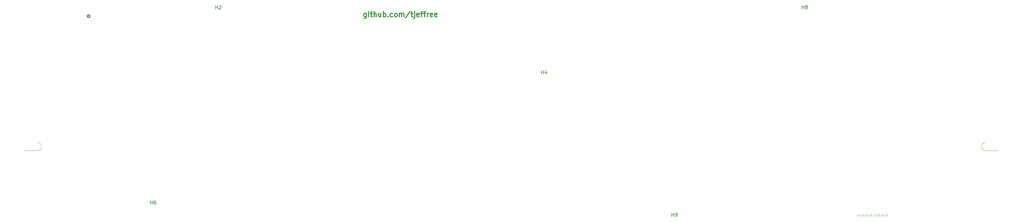
<source format=gbr>
%TF.GenerationSoftware,KiCad,Pcbnew,(6.0.4)*%
%TF.CreationDate,2022-09-08T11:42:32+01:00*%
%TF.ProjectId,nova75,6e6f7661-3735-42e6-9b69-6361645f7063,rev?*%
%TF.SameCoordinates,Original*%
%TF.FileFunction,Legend,Top*%
%TF.FilePolarity,Positive*%
%FSLAX46Y46*%
G04 Gerber Fmt 4.6, Leading zero omitted, Abs format (unit mm)*
G04 Created by KiCad (PCBNEW (6.0.4)) date 2022-09-08 11:42:32*
%MOMM*%
%LPD*%
G01*
G04 APERTURE LIST*
G04 Aperture macros list*
%AMRoundRect*
0 Rectangle with rounded corners*
0 $1 Rounding radius*
0 $2 $3 $4 $5 $6 $7 $8 $9 X,Y pos of 4 corners*
0 Add a 4 corners polygon primitive as box body*
4,1,4,$2,$3,$4,$5,$6,$7,$8,$9,$2,$3,0*
0 Add four circle primitives for the rounded corners*
1,1,$1+$1,$2,$3*
1,1,$1+$1,$4,$5*
1,1,$1+$1,$6,$7*
1,1,$1+$1,$8,$9*
0 Add four rect primitives between the rounded corners*
20,1,$1+$1,$2,$3,$4,$5,0*
20,1,$1+$1,$4,$5,$6,$7,0*
20,1,$1+$1,$6,$7,$8,$9,0*
20,1,$1+$1,$8,$9,$2,$3,0*%
G04 Aperture macros list end*
%ADD10C,0.200000*%
%ADD11C,0.300000*%
%ADD12C,0.125000*%
%ADD13C,0.150000*%
%ADD14C,1.250000*%
%ADD15C,3.000000*%
%ADD16C,1.750000*%
%ADD17C,3.987800*%
%ADD18C,2.200000*%
%ADD19C,3.800000*%
%ADD20C,3.048000*%
%ADD21C,1.300000*%
%ADD22R,1.500000X1.500000*%
%ADD23C,0.650000*%
%ADD24O,1.000000X1.600000*%
%ADD25O,1.000000X2.100000*%
%ADD26C,1.000000*%
%ADD27RoundRect,0.150000X0.350000X0.350000X-0.350000X0.350000X-0.350000X-0.350000X0.350000X-0.350000X0*%
%ADD28C,0.600000*%
%ADD29C,0.800000*%
%ADD30C,0.500000*%
G04 APERTURE END LIST*
D10*
X309983247Y-106646315D02*
X313692147Y-106646315D01*
X32700881Y-109135421D02*
G75*
G03*
X32700881Y-106635419I-11J1250001D01*
G01*
X32700881Y-109135419D02*
X28991981Y-109135419D01*
X309983247Y-109146315D02*
X313692147Y-109146315D01*
X32700881Y-106635419D02*
X28991981Y-106635419D01*
X309983247Y-106646285D02*
G75*
G03*
X309983247Y-109146315I53J-1250015D01*
G01*
D11*
X128848700Y-68835901D02*
X128848700Y-70050187D01*
X128777271Y-70193044D01*
X128705842Y-70264472D01*
X128562985Y-70335901D01*
X128348700Y-70335901D01*
X128205842Y-70264472D01*
X128848700Y-69764472D02*
X128705842Y-69835901D01*
X128420128Y-69835901D01*
X128277271Y-69764472D01*
X128205842Y-69693044D01*
X128134414Y-69550187D01*
X128134414Y-69121615D01*
X128205842Y-68978758D01*
X128277271Y-68907330D01*
X128420128Y-68835901D01*
X128705842Y-68835901D01*
X128848700Y-68907330D01*
X129562985Y-69835901D02*
X129562985Y-68835901D01*
X129562985Y-68335901D02*
X129491557Y-68407330D01*
X129562985Y-68478758D01*
X129634414Y-68407330D01*
X129562985Y-68335901D01*
X129562985Y-68478758D01*
X130062985Y-68835901D02*
X130634414Y-68835901D01*
X130277271Y-68335901D02*
X130277271Y-69621615D01*
X130348700Y-69764472D01*
X130491557Y-69835901D01*
X130634414Y-69835901D01*
X131134414Y-69835901D02*
X131134414Y-68335901D01*
X131777271Y-69835901D02*
X131777271Y-69050187D01*
X131705842Y-68907330D01*
X131562985Y-68835901D01*
X131348700Y-68835901D01*
X131205842Y-68907330D01*
X131134414Y-68978758D01*
X133134414Y-68835901D02*
X133134414Y-69835901D01*
X132491557Y-68835901D02*
X132491557Y-69621615D01*
X132562985Y-69764472D01*
X132705842Y-69835901D01*
X132920128Y-69835901D01*
X133062985Y-69764472D01*
X133134414Y-69693044D01*
X133848700Y-69835901D02*
X133848700Y-68335901D01*
X133848700Y-68907330D02*
X133991557Y-68835901D01*
X134277271Y-68835901D01*
X134420128Y-68907330D01*
X134491557Y-68978758D01*
X134562985Y-69121615D01*
X134562985Y-69550187D01*
X134491557Y-69693044D01*
X134420128Y-69764472D01*
X134277271Y-69835901D01*
X133991557Y-69835901D01*
X133848700Y-69764472D01*
X135205842Y-69693044D02*
X135277271Y-69764472D01*
X135205842Y-69835901D01*
X135134414Y-69764472D01*
X135205842Y-69693044D01*
X135205842Y-69835901D01*
X136562985Y-69764472D02*
X136420128Y-69835901D01*
X136134414Y-69835901D01*
X135991557Y-69764472D01*
X135920128Y-69693044D01*
X135848700Y-69550187D01*
X135848700Y-69121615D01*
X135920128Y-68978758D01*
X135991557Y-68907330D01*
X136134414Y-68835901D01*
X136420128Y-68835901D01*
X136562985Y-68907330D01*
X137420128Y-69835901D02*
X137277271Y-69764472D01*
X137205842Y-69693044D01*
X137134414Y-69550187D01*
X137134414Y-69121615D01*
X137205842Y-68978758D01*
X137277271Y-68907330D01*
X137420128Y-68835901D01*
X137634414Y-68835901D01*
X137777271Y-68907330D01*
X137848700Y-68978758D01*
X137920128Y-69121615D01*
X137920128Y-69550187D01*
X137848700Y-69693044D01*
X137777271Y-69764472D01*
X137634414Y-69835901D01*
X137420128Y-69835901D01*
X138562985Y-69835901D02*
X138562985Y-68835901D01*
X138562985Y-68978758D02*
X138634414Y-68907330D01*
X138777271Y-68835901D01*
X138991557Y-68835901D01*
X139134414Y-68907330D01*
X139205842Y-69050187D01*
X139205842Y-69835901D01*
X139205842Y-69050187D02*
X139277271Y-68907330D01*
X139420128Y-68835901D01*
X139634414Y-68835901D01*
X139777271Y-68907330D01*
X139848700Y-69050187D01*
X139848700Y-69835901D01*
X141634414Y-68264472D02*
X140348700Y-70193044D01*
X141920128Y-68835901D02*
X142491557Y-68835901D01*
X142134414Y-68335901D02*
X142134414Y-69621615D01*
X142205842Y-69764472D01*
X142348700Y-69835901D01*
X142491557Y-69835901D01*
X142991557Y-68835901D02*
X142991557Y-70121615D01*
X142920128Y-70264472D01*
X142777271Y-70335901D01*
X142705842Y-70335901D01*
X142991557Y-68335901D02*
X142920128Y-68407330D01*
X142991557Y-68478758D01*
X143062985Y-68407330D01*
X142991557Y-68335901D01*
X142991557Y-68478758D01*
X144277271Y-69764472D02*
X144134414Y-69835901D01*
X143848700Y-69835901D01*
X143705842Y-69764472D01*
X143634414Y-69621615D01*
X143634414Y-69050187D01*
X143705842Y-68907330D01*
X143848700Y-68835901D01*
X144134414Y-68835901D01*
X144277271Y-68907330D01*
X144348700Y-69050187D01*
X144348700Y-69193044D01*
X143634414Y-69335901D01*
X144777271Y-68835901D02*
X145348700Y-68835901D01*
X144991557Y-69835901D02*
X144991557Y-68550187D01*
X145062985Y-68407330D01*
X145205842Y-68335901D01*
X145348700Y-68335901D01*
X145634414Y-68835901D02*
X146205842Y-68835901D01*
X145848700Y-69835901D02*
X145848700Y-68550187D01*
X145920128Y-68407330D01*
X146062985Y-68335901D01*
X146205842Y-68335901D01*
X146705842Y-69835901D02*
X146705842Y-68835901D01*
X146705842Y-69121615D02*
X146777271Y-68978758D01*
X146848700Y-68907330D01*
X146991557Y-68835901D01*
X147134414Y-68835901D01*
X148205842Y-69764472D02*
X148062985Y-69835901D01*
X147777271Y-69835901D01*
X147634414Y-69764472D01*
X147562985Y-69621615D01*
X147562985Y-69050187D01*
X147634414Y-68907330D01*
X147777271Y-68835901D01*
X148062985Y-68835901D01*
X148205842Y-68907330D01*
X148277271Y-69050187D01*
X148277271Y-69193044D01*
X147562985Y-69335901D01*
X149491557Y-69764472D02*
X149348700Y-69835901D01*
X149062985Y-69835901D01*
X148920128Y-69764472D01*
X148848700Y-69621615D01*
X148848700Y-69050187D01*
X148920128Y-68907330D01*
X149062985Y-68835901D01*
X149348700Y-68835901D01*
X149491557Y-68907330D01*
X149562985Y-69050187D01*
X149562985Y-69193044D01*
X148848700Y-69335901D01*
D12*
X272734557Y-127668520D02*
X272734557Y-128025663D01*
X272691700Y-128097091D01*
X272605985Y-128144710D01*
X272477414Y-128168520D01*
X272391700Y-128168520D01*
X273591700Y-128168520D02*
X273163128Y-128168520D01*
X273163128Y-127668520D01*
X274405985Y-128120901D02*
X274363128Y-128144710D01*
X274234557Y-128168520D01*
X274148842Y-128168520D01*
X274020271Y-128144710D01*
X273934557Y-128097091D01*
X273891700Y-128049472D01*
X273848842Y-127954234D01*
X273848842Y-127882806D01*
X273891700Y-127787568D01*
X273934557Y-127739949D01*
X274020271Y-127692330D01*
X274148842Y-127668520D01*
X274234557Y-127668520D01*
X274363128Y-127692330D01*
X274405985Y-127716139D01*
X275048842Y-127668520D02*
X275048842Y-128025663D01*
X275005985Y-128097091D01*
X274920271Y-128144710D01*
X274791700Y-128168520D01*
X274705985Y-128168520D01*
X275905985Y-128168520D02*
X275477414Y-128168520D01*
X275477414Y-127668520D01*
X276720271Y-128120901D02*
X276677414Y-128144710D01*
X276548842Y-128168520D01*
X276463128Y-128168520D01*
X276334557Y-128144710D01*
X276248842Y-128097091D01*
X276205985Y-128049472D01*
X276163128Y-127954234D01*
X276163128Y-127882806D01*
X276205985Y-127787568D01*
X276248842Y-127739949D01*
X276334557Y-127692330D01*
X276463128Y-127668520D01*
X276548842Y-127668520D01*
X276677414Y-127692330D01*
X276720271Y-127716139D01*
X277363128Y-127668520D02*
X277363128Y-128025663D01*
X277320271Y-128097091D01*
X277234557Y-128144710D01*
X277105985Y-128168520D01*
X277020271Y-128168520D01*
X278220271Y-128168520D02*
X277791700Y-128168520D01*
X277791700Y-127668520D01*
X279034557Y-128120901D02*
X278991700Y-128144710D01*
X278863128Y-128168520D01*
X278777414Y-128168520D01*
X278648842Y-128144710D01*
X278563128Y-128097091D01*
X278520271Y-128049472D01*
X278477414Y-127954234D01*
X278477414Y-127882806D01*
X278520271Y-127787568D01*
X278563128Y-127739949D01*
X278648842Y-127692330D01*
X278777414Y-127668520D01*
X278863128Y-127668520D01*
X278991700Y-127692330D01*
X279034557Y-127716139D01*
X279677414Y-127668520D02*
X279677414Y-128025663D01*
X279634557Y-128097091D01*
X279548842Y-128144710D01*
X279420271Y-128168520D01*
X279334557Y-128168520D01*
X280534557Y-128168520D02*
X280105985Y-128168520D01*
X280105985Y-127668520D01*
X281348842Y-128120901D02*
X281305985Y-128144710D01*
X281177414Y-128168520D01*
X281091700Y-128168520D01*
X280963128Y-128144710D01*
X280877414Y-128097091D01*
X280834557Y-128049472D01*
X280791700Y-127954234D01*
X280791700Y-127882806D01*
X280834557Y-127787568D01*
X280877414Y-127739949D01*
X280963128Y-127692330D01*
X281091700Y-127668520D01*
X281177414Y-127668520D01*
X281305985Y-127692330D01*
X281348842Y-127716139D01*
D13*
%TO.C,H9*%
X218228712Y-128349055D02*
X218228712Y-127349055D01*
X218228712Y-127825246D02*
X218800140Y-127825246D01*
X218800140Y-128349055D02*
X218800140Y-127349055D01*
X219323950Y-128349055D02*
X219514426Y-128349055D01*
X219609664Y-128301436D01*
X219657283Y-128253817D01*
X219752521Y-128110960D01*
X219800140Y-127920484D01*
X219800140Y-127539532D01*
X219752521Y-127444294D01*
X219704902Y-127396675D01*
X219609664Y-127349055D01*
X219419188Y-127349055D01*
X219323950Y-127396675D01*
X219276331Y-127444294D01*
X219228712Y-127539532D01*
X219228712Y-127777627D01*
X219276331Y-127872865D01*
X219323950Y-127920484D01*
X219419188Y-127968103D01*
X219609664Y-127968103D01*
X219704902Y-127920484D01*
X219752521Y-127872865D01*
X219800140Y-127777627D01*
%TO.C,H2*%
X84853058Y-67569671D02*
X84853058Y-66569671D01*
X84853058Y-67045862D02*
X85424486Y-67045862D01*
X85424486Y-67569671D02*
X85424486Y-66569671D01*
X85853058Y-66664910D02*
X85900677Y-66617291D01*
X85995915Y-66569671D01*
X86234010Y-66569671D01*
X86329248Y-66617291D01*
X86376867Y-66664910D01*
X86424486Y-66760148D01*
X86424486Y-66855386D01*
X86376867Y-66998243D01*
X85805439Y-67569671D01*
X86424486Y-67569671D01*
%TO.C,H8*%
X256304472Y-67536985D02*
X256304472Y-66536985D01*
X256304472Y-67013176D02*
X256875900Y-67013176D01*
X256875900Y-67536985D02*
X256875900Y-66536985D01*
X257494948Y-66965557D02*
X257399710Y-66917938D01*
X257352091Y-66870319D01*
X257304472Y-66775081D01*
X257304472Y-66727462D01*
X257352091Y-66632224D01*
X257399710Y-66584605D01*
X257494948Y-66536985D01*
X257685424Y-66536985D01*
X257780662Y-66584605D01*
X257828281Y-66632224D01*
X257875900Y-66727462D01*
X257875900Y-66775081D01*
X257828281Y-66870319D01*
X257780662Y-66917938D01*
X257685424Y-66965557D01*
X257494948Y-66965557D01*
X257399710Y-67013176D01*
X257352091Y-67060795D01*
X257304472Y-67156033D01*
X257304472Y-67346509D01*
X257352091Y-67441747D01*
X257399710Y-67489366D01*
X257494948Y-67536985D01*
X257685424Y-67536985D01*
X257780662Y-67489366D01*
X257828281Y-67441747D01*
X257875900Y-67346509D01*
X257875900Y-67156033D01*
X257828281Y-67060795D01*
X257780662Y-67013176D01*
X257685424Y-66965557D01*
%TO.C,H4*%
X180108852Y-86626093D02*
X180108852Y-85626093D01*
X180108852Y-86102284D02*
X180680280Y-86102284D01*
X180680280Y-86626093D02*
X180680280Y-85626093D01*
X181585042Y-85959427D02*
X181585042Y-86626093D01*
X181346947Y-85578474D02*
X181108852Y-86292760D01*
X181727899Y-86292760D01*
%TO.C,H6*%
X65805117Y-124715849D02*
X65805117Y-123715849D01*
X65805117Y-124192040D02*
X66376545Y-124192040D01*
X66376545Y-124715849D02*
X66376545Y-123715849D01*
X67281307Y-123715849D02*
X67090831Y-123715849D01*
X66995593Y-123763469D01*
X66947974Y-123811088D01*
X66852736Y-123953945D01*
X66805117Y-124144421D01*
X66805117Y-124525373D01*
X66852736Y-124620611D01*
X66900355Y-124668230D01*
X66995593Y-124715849D01*
X67186069Y-124715849D01*
X67281307Y-124668230D01*
X67328926Y-124620611D01*
X67376545Y-124525373D01*
X67376545Y-124287278D01*
X67328926Y-124192040D01*
X67281307Y-124144421D01*
X67186069Y-124096802D01*
X66995593Y-124096802D01*
X66900355Y-124144421D01*
X66852736Y-124192040D01*
X66805117Y-124287278D01*
%TD*%
%LPC*%
D14*
%TO.C,HOLE*%
X28990518Y-109767675D02*
X32699418Y-109767675D01*
X32699418Y-106017675D02*
X28990518Y-106017675D01*
X32699418Y-109767675D02*
G75*
G03*
X32699418Y-106017675I0J1875000D01*
G01*
X309984710Y-109764059D02*
X313693610Y-109764059D01*
X313693610Y-106014059D02*
X309984710Y-106014059D01*
X309984710Y-106014059D02*
G75*
G03*
X309984710Y-109764059I0J-1875000D01*
G01*
%TD*%
D15*
%TO.C,K22*%
X148481700Y-77006330D03*
X154831700Y-74466330D03*
D16*
X147211700Y-79546330D03*
D17*
X152291700Y-79546330D03*
D16*
X157371700Y-79546330D03*
%TD*%
D15*
%TO.C,K20*%
X116731700Y-74466330D03*
D16*
X109111700Y-79546330D03*
X119271700Y-79546330D03*
D15*
X110381700Y-77006330D03*
D17*
X114191700Y-79546330D03*
%TD*%
D16*
%TO.C,K8*%
X166261700Y-60496330D03*
D15*
X173881700Y-55416330D03*
D16*
X176421700Y-60496330D03*
D17*
X171341700Y-60496330D03*
D15*
X167531700Y-57956330D03*
%TD*%
D17*
%TO.C,K71*%
X228491700Y-136696330D03*
D15*
X224681700Y-134156330D03*
D16*
X233571700Y-136696330D03*
D15*
X231031700Y-131616330D03*
D16*
X223411700Y-136696330D03*
%TD*%
D15*
%TO.C,K76*%
X130701700Y-141776330D03*
D17*
X133241700Y-136696330D03*
D16*
X128161700Y-136696330D03*
X138321700Y-136696330D03*
D15*
X137051700Y-139236330D03*
%TD*%
D16*
%TO.C,K23*%
X166261700Y-79546330D03*
D17*
X171341700Y-79546330D03*
D16*
X176421700Y-79546330D03*
D15*
X167531700Y-77006330D03*
X173881700Y-74466330D03*
%TD*%
D16*
%TO.C,K11*%
X223411700Y-60496330D03*
X233571700Y-60496330D03*
D17*
X228491700Y-60496330D03*
D15*
X231031700Y-55416330D03*
X224681700Y-57956330D03*
%TD*%
D18*
%TO.C,H9*%
X218990617Y-130796675D03*
X219366377Y-130796675D03*
X218608281Y-130796675D03*
D19*
X218990617Y-130796675D03*
%TD*%
D16*
%TO.C,K44*%
X280561700Y-98596330D03*
D15*
X281831700Y-96056330D03*
D17*
X285641700Y-98596330D03*
D15*
X288181700Y-93516330D03*
D16*
X290721700Y-98596330D03*
%TD*%
%TO.C,K5*%
X109111700Y-60496330D03*
D15*
X110381700Y-57956330D03*
D16*
X119271700Y-60496330D03*
D17*
X114191700Y-60496330D03*
D15*
X116731700Y-55416330D03*
%TD*%
D16*
%TO.C,K39*%
X195471700Y-98596330D03*
X185311700Y-98596330D03*
D15*
X192931700Y-93516330D03*
X186581700Y-96056330D03*
D17*
X190391700Y-98596330D03*
%TD*%
D15*
%TO.C,K17*%
X53231700Y-77006330D03*
D17*
X57041700Y-79546330D03*
D16*
X51961700Y-79546330D03*
D15*
X59581700Y-74466330D03*
D16*
X62121700Y-79546330D03*
%TD*%
%TO.C,K3*%
X71011700Y-60496330D03*
D15*
X78631700Y-55416330D03*
X72281700Y-57956330D03*
D16*
X81171700Y-60496330D03*
D17*
X76091700Y-60496330D03*
%TD*%
%TO.C,K66*%
X142766700Y-136696330D03*
D20*
X130828700Y-143681330D03*
D17*
X130828700Y-128441330D03*
X154704700Y-128441330D03*
D15*
X145306700Y-131616330D03*
D16*
X137686700Y-136696330D03*
D15*
X138956700Y-134156330D03*
D20*
X154704700Y-143681330D03*
D16*
X147846700Y-136696330D03*
%TD*%
%TO.C,K12*%
X252621700Y-60496330D03*
D15*
X243731700Y-57956330D03*
D16*
X242461700Y-60496330D03*
D17*
X247541700Y-60496330D03*
D15*
X250081700Y-55416330D03*
%TD*%
%TO.C,K49*%
X97681700Y-112566330D03*
X91331700Y-115106330D03*
D17*
X95141700Y-117646330D03*
D16*
X100221700Y-117646330D03*
X90061700Y-117646330D03*
%TD*%
D18*
%TO.C,H2*%
X85990723Y-70017291D03*
X85232627Y-70017291D03*
X85614963Y-70017291D03*
D19*
X85614963Y-70017291D03*
%TD*%
D16*
%TO.C,K43*%
X261511700Y-98596330D03*
X271671700Y-98596330D03*
D15*
X262781700Y-96056330D03*
X269131700Y-93516330D03*
D17*
X266591700Y-98596330D03*
%TD*%
D15*
%TO.C,K45*%
X307231700Y-93516330D03*
D17*
X304691700Y-98596330D03*
D16*
X299611700Y-98596330D03*
X309771700Y-98596330D03*
D15*
X300881700Y-96056330D03*
%TD*%
%TO.C,K34*%
X97681700Y-93516330D03*
D16*
X100221700Y-98596330D03*
D17*
X95141700Y-98596330D03*
D15*
X91331700Y-96056330D03*
D16*
X90061700Y-98596330D03*
%TD*%
D21*
%TO.C,H5*%
X295928700Y-142944330D03*
%TD*%
D15*
%TO.C,K61*%
X34181700Y-134156330D03*
D17*
X37991700Y-136696330D03*
D15*
X40531700Y-131616330D03*
D16*
X32911700Y-136696330D03*
X43071700Y-136696330D03*
%TD*%
D15*
%TO.C,K21*%
X129431700Y-77006330D03*
D16*
X138321700Y-79546330D03*
X128161700Y-79546330D03*
D15*
X135781700Y-74466330D03*
D17*
X133241700Y-79546330D03*
%TD*%
%TO.C,K1*%
X37991700Y-60496330D03*
D15*
X32911700Y-57956330D03*
X35451700Y-64306330D03*
D16*
X37991700Y-55416330D03*
X37991700Y-65576330D03*
%TD*%
D15*
%TO.C,K48*%
X78631700Y-112566330D03*
X72281700Y-115106330D03*
D16*
X71011700Y-117646330D03*
D17*
X76091700Y-117646330D03*
D16*
X81171700Y-117646330D03*
%TD*%
%TO.C,K52*%
X147211700Y-117646330D03*
D15*
X148481700Y-115106330D03*
D16*
X157371700Y-117646330D03*
D17*
X152291700Y-117646330D03*
D15*
X154831700Y-112566330D03*
%TD*%
D16*
%TO.C,K73*%
X271671700Y-136696330D03*
D15*
X269131700Y-131616330D03*
D16*
X261511700Y-136696330D03*
D17*
X266591700Y-136696330D03*
D15*
X262781700Y-134156330D03*
%TD*%
D17*
%TO.C,K41*%
X228491700Y-98596330D03*
D15*
X224681700Y-96056330D03*
D16*
X233571700Y-98596330D03*
X223411700Y-98596330D03*
D15*
X231031700Y-93516330D03*
%TD*%
D21*
%TO.C,H7*%
X295928700Y-54425330D03*
%TD*%
D16*
%TO.C,K2*%
X62121700Y-60496330D03*
X51961700Y-60496330D03*
D15*
X54501700Y-65576330D03*
X60851700Y-63036330D03*
D17*
X57041700Y-60496330D03*
%TD*%
%TO.C,K18*%
X76091700Y-79546330D03*
D15*
X72281700Y-77006330D03*
D16*
X71011700Y-79546330D03*
X81171700Y-79546330D03*
D15*
X78631700Y-74466330D03*
%TD*%
D16*
%TO.C,K7*%
X157371700Y-60496330D03*
D15*
X154831700Y-55416330D03*
D16*
X147211700Y-60496330D03*
D17*
X152291700Y-60496330D03*
D15*
X148481700Y-57956330D03*
%TD*%
D16*
%TO.C,K10*%
X214521700Y-60496330D03*
X204361700Y-60496330D03*
D17*
X209441700Y-60496330D03*
D15*
X211981700Y-55416330D03*
X205631700Y-57956330D03*
%TD*%
D17*
%TO.C,K24*%
X190391700Y-79546330D03*
D15*
X192931700Y-74466330D03*
D16*
X195471700Y-79546330D03*
D15*
X186581700Y-77006330D03*
D16*
X185311700Y-79546330D03*
%TD*%
%TO.C,K30*%
X299611700Y-79546330D03*
D15*
X307231700Y-74466330D03*
X300881700Y-77006330D03*
D16*
X309771700Y-79546330D03*
D17*
X304691700Y-79546330D03*
%TD*%
D16*
%TO.C,K55*%
X214521700Y-117646330D03*
D17*
X209441700Y-117646330D03*
D15*
X211981700Y-112566330D03*
D16*
X204361700Y-117646330D03*
D15*
X205631700Y-115106330D03*
%TD*%
D16*
%TO.C,K59*%
X280561700Y-117646330D03*
D15*
X281831700Y-115106330D03*
X288181700Y-112566330D03*
D16*
X290721700Y-117646330D03*
D17*
X285641700Y-117646330D03*
%TD*%
%TO.C,K62*%
X57041700Y-136696330D03*
D15*
X53231700Y-134156330D03*
D16*
X62121700Y-136696330D03*
X51961700Y-136696330D03*
D15*
X59581700Y-131616330D03*
%TD*%
%TO.C,K58*%
X269131700Y-112566330D03*
X262781700Y-115106330D03*
D16*
X261511700Y-117646330D03*
D17*
X266591700Y-117646330D03*
D16*
X271671700Y-117646330D03*
%TD*%
D15*
%TO.C,K37*%
X148481700Y-96056330D03*
D16*
X147211700Y-98596330D03*
D15*
X154831700Y-93516330D03*
D17*
X152291700Y-98596330D03*
D16*
X157371700Y-98596330D03*
%TD*%
D15*
%TO.C,K54*%
X186581700Y-115106330D03*
X192931700Y-112566330D03*
D17*
X190391700Y-117646330D03*
D16*
X185311700Y-117646330D03*
X195471700Y-117646330D03*
%TD*%
%TO.C,K15*%
X309771700Y-60496330D03*
D15*
X300881700Y-57956330D03*
D16*
X299611700Y-60496330D03*
D15*
X307231700Y-55416330D03*
D17*
X304691700Y-60496330D03*
%TD*%
D15*
%TO.C,K33*%
X78631700Y-93516330D03*
D17*
X76091700Y-98596330D03*
D15*
X72281700Y-96056330D03*
D16*
X81171700Y-98596330D03*
X71011700Y-98596330D03*
%TD*%
%TO.C,K31*%
X32984433Y-98592690D03*
X43144433Y-98592690D03*
D17*
X38064433Y-98592690D03*
D15*
X34254433Y-96052690D03*
X40604433Y-93512690D03*
%TD*%
D16*
%TO.C,K38*%
X166261700Y-98596330D03*
D17*
X171341700Y-98596330D03*
D16*
X176421700Y-98596330D03*
D15*
X167531700Y-96056330D03*
X173881700Y-93516330D03*
%TD*%
D16*
%TO.C,K4*%
X90061700Y-60496330D03*
D17*
X95141700Y-60496330D03*
D15*
X97681700Y-55416330D03*
X91331700Y-57956330D03*
D16*
X100221700Y-60496330D03*
%TD*%
D15*
%TO.C,K27*%
X243731700Y-77006330D03*
D16*
X252621700Y-79546330D03*
D15*
X250081700Y-74466330D03*
D16*
X242461700Y-79546330D03*
D17*
X247541700Y-79546330D03*
%TD*%
D15*
%TO.C,K14*%
X281831700Y-57956330D03*
D17*
X285641700Y-60496330D03*
D15*
X288181700Y-55416330D03*
D16*
X290721700Y-60496330D03*
X280561700Y-60496330D03*
%TD*%
D15*
%TO.C,K28*%
X269131700Y-74466330D03*
D16*
X261511700Y-79546330D03*
D17*
X266591700Y-79546330D03*
D15*
X262781700Y-77006330D03*
D16*
X271671700Y-79546330D03*
%TD*%
%TO.C,K70*%
X204361700Y-136696330D03*
D15*
X213251700Y-139236330D03*
X206901700Y-141776330D03*
D16*
X214521700Y-136696330D03*
D17*
X209441700Y-136696330D03*
%TD*%
D16*
%TO.C,K60*%
X309771700Y-117646330D03*
D17*
X304691700Y-117646330D03*
D15*
X307231700Y-112566330D03*
D16*
X299611700Y-117646330D03*
D15*
X300881700Y-115106330D03*
%TD*%
D16*
%TO.C,K6*%
X128161700Y-60496330D03*
D15*
X129431700Y-57956330D03*
D16*
X138321700Y-60496330D03*
D17*
X133241700Y-60496330D03*
D15*
X135781700Y-55416330D03*
%TD*%
D16*
%TO.C,K75*%
X299611700Y-136696330D03*
D17*
X304691700Y-136696330D03*
D15*
X307231700Y-131616330D03*
D16*
X309771700Y-136696330D03*
D15*
X300881700Y-134156330D03*
%TD*%
%TO.C,K19*%
X91331700Y-77006330D03*
D16*
X90061700Y-79546330D03*
D17*
X95141700Y-79546330D03*
D16*
X100221700Y-79546330D03*
D15*
X97681700Y-74466330D03*
%TD*%
D20*
%TO.C,K69*%
X187978700Y-143681330D03*
D17*
X199916700Y-136696330D03*
X211854700Y-128441330D03*
X187978700Y-128441330D03*
D15*
X196106700Y-134156330D03*
D16*
X194836700Y-136696330D03*
D20*
X211854700Y-143681330D03*
D16*
X204996700Y-136696330D03*
D15*
X202456700Y-131616330D03*
%TD*%
%TO.C,K25*%
X205631700Y-77006330D03*
D16*
X214521700Y-79546330D03*
D17*
X209441700Y-79546330D03*
D16*
X204361700Y-79546330D03*
D15*
X211981700Y-74466330D03*
%TD*%
D16*
%TO.C,K68*%
X176421700Y-136696330D03*
D15*
X173881700Y-131616330D03*
D17*
X171341700Y-136696330D03*
D16*
X166261700Y-136696330D03*
D15*
X167531700Y-134156330D03*
%TD*%
%TO.C,K13*%
X262781700Y-57956330D03*
D16*
X271671700Y-60496330D03*
X261511700Y-60496330D03*
D17*
X266591700Y-60496330D03*
D15*
X269131700Y-55416330D03*
%TD*%
D16*
%TO.C,K53*%
X166261700Y-117646330D03*
X176421700Y-117646330D03*
D15*
X167531700Y-115106330D03*
D17*
X171341700Y-117646330D03*
D15*
X173881700Y-112566330D03*
%TD*%
D16*
%TO.C,K74*%
X280561700Y-136696330D03*
D17*
X285641700Y-136696330D03*
D16*
X290721700Y-136696330D03*
D15*
X281831700Y-134156330D03*
X288181700Y-131616330D03*
%TD*%
%TO.C,K51*%
X135781700Y-112566330D03*
D16*
X128161700Y-117646330D03*
X138321700Y-117646330D03*
D15*
X129431700Y-115106330D03*
D17*
X133241700Y-117646330D03*
%TD*%
D21*
%TO.C,H1*%
X35959700Y-54425330D03*
%TD*%
D18*
%TO.C,H8*%
X257066377Y-69984605D03*
X256684041Y-69984605D03*
X257442137Y-69984605D03*
D19*
X257066377Y-69984605D03*
%TD*%
D15*
%TO.C,K64*%
X91331700Y-134156330D03*
X97681700Y-131616330D03*
D16*
X100221700Y-136696330D03*
X90061700Y-136696330D03*
D17*
X95141700Y-136696330D03*
%TD*%
D15*
%TO.C,K56*%
X231031700Y-112566330D03*
D17*
X228491700Y-117646330D03*
D16*
X233571700Y-117646330D03*
D15*
X224681700Y-115106330D03*
D16*
X223411700Y-117646330D03*
%TD*%
D15*
%TO.C,K72*%
X250081700Y-131616330D03*
D16*
X252621700Y-136696330D03*
D17*
X247541700Y-136696330D03*
D16*
X242461700Y-136696330D03*
D15*
X243731700Y-134156330D03*
%TD*%
D18*
%TO.C,H4*%
X180870757Y-89073713D03*
X181246517Y-89073713D03*
X180488421Y-89073713D03*
D19*
X180870757Y-89073713D03*
%TD*%
D15*
%TO.C,K47*%
X59581700Y-112566330D03*
D16*
X51961700Y-117646330D03*
X62121700Y-117646330D03*
D15*
X53231700Y-115106330D03*
D17*
X57041700Y-117646330D03*
%TD*%
D15*
%TO.C,K67*%
X149751700Y-141776330D03*
D16*
X157371700Y-136696330D03*
D15*
X156101700Y-139236330D03*
D16*
X147211700Y-136696330D03*
D17*
X152291700Y-136696330D03*
%TD*%
%TO.C,K77*%
X190391700Y-136696330D03*
D16*
X195471700Y-136696330D03*
X185311700Y-136696330D03*
D15*
X194201700Y-139236330D03*
X187851700Y-141776330D03*
%TD*%
%TO.C,K29*%
X288181700Y-74466330D03*
D17*
X285641700Y-79546330D03*
D15*
X281831700Y-77006330D03*
D16*
X290721700Y-79546330D03*
X280561700Y-79546330D03*
%TD*%
D17*
%TO.C,K35*%
X114191700Y-98596330D03*
D15*
X116731700Y-93516330D03*
X110381700Y-96056330D03*
D16*
X119271700Y-98596330D03*
X109111700Y-98596330D03*
%TD*%
D18*
%TO.C,H6*%
X66942782Y-127163469D03*
X66184686Y-127163469D03*
X66567022Y-127163469D03*
D19*
X66567022Y-127163469D03*
%TD*%
D15*
%TO.C,K46*%
X40531700Y-112566330D03*
X34181700Y-115106330D03*
D16*
X43071700Y-117646330D03*
D17*
X37991700Y-117646330D03*
D16*
X32911700Y-117646330D03*
%TD*%
D15*
%TO.C,K9*%
X186581700Y-57956330D03*
D16*
X185311700Y-60496330D03*
X195471700Y-60496330D03*
D15*
X192931700Y-55416330D03*
D17*
X190391700Y-60496330D03*
%TD*%
D16*
%TO.C,K16*%
X37991700Y-74466330D03*
D15*
X35451700Y-83356330D03*
D17*
X37991700Y-79546330D03*
D15*
X32911700Y-77006330D03*
D16*
X37991700Y-84626330D03*
%TD*%
D15*
%TO.C,K63*%
X78631700Y-131616330D03*
D17*
X76091700Y-136696330D03*
D15*
X72281700Y-134156330D03*
D16*
X71011700Y-136696330D03*
X81171700Y-136696330D03*
%TD*%
D15*
%TO.C,K26*%
X224681700Y-77006330D03*
D16*
X223411700Y-79546330D03*
D17*
X228491700Y-79546330D03*
D15*
X231031700Y-74466330D03*
D16*
X233571700Y-79546330D03*
%TD*%
D21*
%TO.C,H3*%
X35959700Y-142944330D03*
%TD*%
D15*
%TO.C,K42*%
X243731700Y-96056330D03*
D16*
X252621700Y-98596330D03*
D17*
X247541700Y-98596330D03*
D16*
X242461700Y-98596330D03*
D15*
X250081700Y-93516330D03*
%TD*%
D17*
%TO.C,K40*%
X209441700Y-98596330D03*
D16*
X204361700Y-98596330D03*
D15*
X205631700Y-96056330D03*
X211981700Y-93516330D03*
D16*
X214521700Y-98596330D03*
%TD*%
D17*
%TO.C,K65*%
X114191700Y-136696330D03*
D15*
X116731700Y-131616330D03*
D16*
X119271700Y-136696330D03*
X109111700Y-136696330D03*
D15*
X110381700Y-134156330D03*
%TD*%
%TO.C,K32*%
X53231700Y-96056330D03*
D16*
X62121700Y-98596330D03*
X51961700Y-98596330D03*
D15*
X59581700Y-93516330D03*
D17*
X57041700Y-98596330D03*
%TD*%
D15*
%TO.C,K50*%
X110381700Y-115106330D03*
X116731700Y-112566330D03*
D16*
X109111700Y-117646330D03*
D17*
X114191700Y-117646330D03*
D16*
X119271700Y-117646330D03*
%TD*%
%TO.C,K57*%
X242461700Y-117646330D03*
D15*
X250081700Y-112566330D03*
D16*
X252621700Y-117646330D03*
D15*
X243731700Y-115106330D03*
D17*
X247541700Y-117646330D03*
%TD*%
%TO.C,K36*%
X133241700Y-98596330D03*
D15*
X135781700Y-93516330D03*
D16*
X138321700Y-98596330D03*
D15*
X129431700Y-96056330D03*
D16*
X128161700Y-98596330D03*
%TD*%
D22*
%TO.C,TP6*%
X30888613Y-86756059D03*
%TD*%
%TO.C,TP7*%
X30888613Y-89315988D03*
%TD*%
D23*
%TO.C,J1*%
X49939181Y-56338330D03*
X44159181Y-56338330D03*
D24*
X51369181Y-52688330D03*
X42729181Y-52688330D03*
D25*
X42729181Y-56868330D03*
X51369181Y-56868330D03*
%TD*%
D26*
%TO.C,TP8*%
X38753700Y-67506330D03*
%TD*%
D22*
%TO.C,TP5*%
X30888613Y-91875917D03*
%TD*%
D26*
%TO.C,TP9*%
X46627700Y-76650330D03*
%TD*%
%TO.C,TP26*%
X44239268Y-64669721D03*
%TD*%
D27*
%TO.C,J2*%
X47643700Y-69665330D03*
D26*
X47643700Y-70935330D03*
%TD*%
D28*
X44481847Y-89614580D03*
X49823946Y-84027455D03*
X49154461Y-84296862D03*
X52760104Y-83743470D03*
X39007700Y-76015330D03*
X33000000Y-71000000D03*
X47643700Y-73856330D03*
D29*
X47643700Y-65220330D03*
X50691700Y-80460330D03*
X49167700Y-80206330D03*
X46455564Y-64807610D03*
D28*
X44341877Y-85283970D03*
X44214700Y-77793330D03*
X40182200Y-76015330D03*
X70376700Y-86000000D03*
X47643700Y-74612830D03*
X55517700Y-74342830D03*
X44976700Y-97732330D03*
X43706700Y-95827330D03*
X65804700Y-94430330D03*
X65931700Y-96970330D03*
X43106576Y-75142330D03*
X62191700Y-67242330D03*
X50091700Y-123142330D03*
X41025200Y-76015330D03*
X50091700Y-125500000D03*
X66058700Y-102812330D03*
X63645700Y-65347330D03*
X65042700Y-105733330D03*
X67091700Y-95542330D03*
X68471700Y-83762330D03*
X68471700Y-64712330D03*
X70122700Y-104082330D03*
X66566700Y-94430330D03*
X68471700Y-67252330D03*
X68471700Y-81222330D03*
X70249700Y-125418330D03*
X70249700Y-123132330D03*
X70122700Y-106000000D03*
X87521700Y-85912830D03*
X87521700Y-104082330D03*
X87521700Y-83762330D03*
X87521700Y-125500000D03*
X87521700Y-64712330D03*
X87521700Y-106000000D03*
X87521700Y-67252330D03*
X53612700Y-93246537D03*
X87521700Y-123132330D03*
X85591700Y-97842330D03*
X106571700Y-106000000D03*
X106571700Y-64712330D03*
X106571700Y-125500000D03*
X105791700Y-94242330D03*
X106571700Y-67252330D03*
X106571700Y-123132330D03*
X106571700Y-83762330D03*
X106571700Y-104082330D03*
X55243077Y-93437262D03*
X106571700Y-85912830D03*
X125621700Y-64712330D03*
X125621700Y-104082330D03*
X125621700Y-83762330D03*
X124791700Y-94242330D03*
X56012107Y-92991263D03*
X125621700Y-85912830D03*
X125621700Y-123132330D03*
X125621700Y-106000000D03*
X133241700Y-134181330D03*
X125621700Y-67252330D03*
X144671700Y-64712330D03*
X144671700Y-67252330D03*
X144671700Y-85912830D03*
X157752700Y-134689330D03*
X144671700Y-83762330D03*
X143991700Y-94242330D03*
X56750604Y-92468417D03*
X154831700Y-123132330D03*
X144671700Y-104082330D03*
X144671700Y-106000000D03*
X206774700Y-134689330D03*
X208171700Y-132149330D03*
X57549700Y-92047561D03*
X163721700Y-85912830D03*
X163721700Y-123132330D03*
X163721700Y-83762330D03*
X163721700Y-104082330D03*
X162991700Y-94242330D03*
X163721700Y-106000000D03*
X163721700Y-67252330D03*
X163721700Y-64712330D03*
X163594700Y-126815330D03*
X182771700Y-106000000D03*
X66820700Y-91816817D03*
X183406700Y-123132330D03*
X182771700Y-67252330D03*
X182771700Y-104082330D03*
X182771700Y-83000330D03*
X181891700Y-94242330D03*
X187216700Y-136975330D03*
X182771700Y-64712330D03*
X182771700Y-81476330D03*
X201821700Y-85912830D03*
X201821700Y-67252330D03*
X201821700Y-83762330D03*
X201821700Y-64712330D03*
X55737865Y-90988550D03*
X201821700Y-123132330D03*
X201821700Y-106000000D03*
X201821700Y-104082330D03*
X199916700Y-129101330D03*
X200991700Y-94242330D03*
X220091700Y-94142330D03*
X220871700Y-64712330D03*
X220871700Y-106000000D03*
X220871700Y-104082330D03*
X66820700Y-90747330D03*
X220871700Y-85912830D03*
X220871700Y-125500000D03*
X220871700Y-67252330D03*
X220871700Y-123132330D03*
X220871700Y-83762330D03*
X239921700Y-85912830D03*
X239921700Y-64712330D03*
X66820700Y-89985330D03*
X239921700Y-83762330D03*
X239921700Y-67252330D03*
X239921700Y-123132330D03*
X239921700Y-104082330D03*
X239091700Y-94242330D03*
X239921700Y-106000000D03*
X240000000Y-125500000D03*
X258971700Y-83762330D03*
X57041700Y-90088470D03*
X258971700Y-85912830D03*
X258191700Y-94142330D03*
X258971700Y-64712330D03*
X258971700Y-104082330D03*
X258971700Y-67252330D03*
X258971700Y-123132330D03*
X259000000Y-125500000D03*
X258971700Y-106000000D03*
X278021700Y-64712330D03*
X278021700Y-85912830D03*
X57041700Y-89338967D03*
X278021700Y-123132330D03*
X278021700Y-83762330D03*
X278021700Y-67252330D03*
X278021700Y-125500000D03*
X278021700Y-104082330D03*
X278021700Y-106000000D03*
X277491700Y-93942330D03*
X295791700Y-79342330D03*
X297071700Y-67252330D03*
X297071700Y-64712330D03*
X297071700Y-106000000D03*
X57041700Y-88589464D03*
X297071700Y-86302330D03*
X297071700Y-83762330D03*
X297071700Y-125500000D03*
X297071700Y-104082330D03*
X297071700Y-123132330D03*
D30*
X46394973Y-87847603D03*
X46869913Y-88307087D03*
X50691700Y-72840330D03*
X54755700Y-75380330D03*
D29*
X41928700Y-71697330D03*
X49428681Y-58870330D03*
X43833700Y-60013330D03*
D28*
X43106576Y-73750830D03*
X43961946Y-87537455D03*
X237635700Y-90747330D03*
X53104700Y-102558330D03*
X92474700Y-90747330D03*
X141496700Y-107257330D03*
X256685700Y-90747330D03*
X58057700Y-70554330D03*
X50073517Y-87736500D03*
X47389700Y-102558330D03*
X46214546Y-59391915D03*
X53612877Y-91107955D03*
X198900700Y-90747330D03*
X122700700Y-90747330D03*
X91331700Y-107257330D03*
X263670700Y-90747330D03*
X49188946Y-90377455D03*
X275735700Y-107257330D03*
X294150700Y-107257330D03*
X83584700Y-107257330D03*
X205631700Y-107257330D03*
X220109700Y-90747330D03*
X54293196Y-83120984D03*
X46373877Y-80584970D03*
X63518700Y-96589330D03*
X44468877Y-90363970D03*
X43729112Y-80310918D03*
X52469700Y-70554330D03*
X42002946Y-88991455D03*
X49929700Y-59886330D03*
X276878700Y-90747330D03*
X103650700Y-90747330D03*
X43706877Y-88966970D03*
X67074700Y-107257330D03*
X59200877Y-87823970D03*
D29*
X41547700Y-59251330D03*
D28*
X67074700Y-70935330D03*
X225062700Y-107257330D03*
X102507700Y-107257330D03*
X49188946Y-88472455D03*
X44976700Y-79190330D03*
X48426946Y-86059455D03*
X49181748Y-86884661D03*
X121557700Y-107257330D03*
X46208604Y-68642983D03*
X47537946Y-86948455D03*
X129558700Y-90747330D03*
X255542700Y-107257330D03*
X40500200Y-81222330D03*
X40824946Y-85851989D03*
X43918674Y-83580273D03*
X62121700Y-70935330D03*
X180358700Y-107257330D03*
X40531700Y-83013970D03*
X243604700Y-107257330D03*
X43833700Y-62045330D03*
X181501700Y-90747330D03*
X49188946Y-85297455D03*
X56152877Y-87950970D03*
X48383149Y-87683260D03*
X226205700Y-90747330D03*
X47389700Y-107257330D03*
X186835700Y-90747330D03*
X128415700Y-107257330D03*
X53104700Y-107257330D03*
X168801700Y-90747330D03*
X53739700Y-79670330D03*
X185692700Y-107257330D03*
X46373877Y-82489970D03*
X149370700Y-90747330D03*
X244747700Y-90747330D03*
X72535700Y-107257330D03*
X218966700Y-107257330D03*
X49953728Y-86139302D03*
X50818877Y-86924591D03*
X161689700Y-90747330D03*
X47389700Y-121100330D03*
X49167700Y-62172330D03*
X236492700Y-107257330D03*
X197249700Y-107257330D03*
X262527700Y-107257330D03*
X61232877Y-85791970D03*
X142639700Y-90747330D03*
X111778700Y-90747330D03*
X206774700Y-90747330D03*
X110635700Y-107257330D03*
X148227700Y-107257330D03*
X167658700Y-107257330D03*
X280688700Y-107257330D03*
X160546700Y-107257330D03*
M02*

</source>
